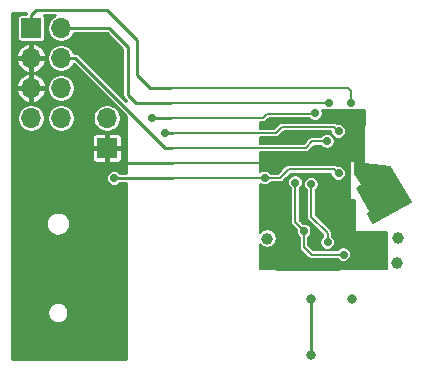
<source format=gbr>
%TF.GenerationSoftware,KiCad,Pcbnew,(5.1.5)-3*%
%TF.CreationDate,2021-04-21T08:58:45+01:00*%
%TF.ProjectId,HT07,48543037-2e6b-4696-9361-645f70636258,rev?*%
%TF.SameCoordinates,Original*%
%TF.FileFunction,Copper,L2,Bot*%
%TF.FilePolarity,Positive*%
%FSLAX46Y46*%
G04 Gerber Fmt 4.6, Leading zero omitted, Abs format (unit mm)*
G04 Created by KiCad (PCBNEW (5.1.5)-3) date 2021-04-21 08:58:45*
%MOMM*%
%LPD*%
G04 APERTURE LIST*
%ADD10C,0.250000*%
%ADD11O,1.700000X1.700000*%
%ADD12R,1.700000X1.700000*%
%ADD13C,1.000000*%
%ADD14C,0.800000*%
%ADD15C,0.700000*%
%ADD16C,0.150000*%
%ADD17C,0.200000*%
%ADD18C,0.254000*%
G04 APERTURE END LIST*
D10*
X118178000Y-95963000D02*
X118176500Y-100738000D01*
D11*
X100901500Y-80645000D03*
D12*
X100901500Y-83185000D03*
D11*
X97028000Y-80645000D03*
X94488000Y-80645000D03*
X97028000Y-78105000D03*
X94488000Y-78105000D03*
X97028000Y-75565000D03*
X94488000Y-75565000D03*
X97028000Y-73025000D03*
D12*
X94488000Y-73025000D03*
D13*
X114503200Y-90855800D03*
X125488700Y-92887800D03*
X125526800Y-90779600D03*
D14*
X118176500Y-100725000D03*
X118163800Y-95968200D03*
X121630090Y-95968200D03*
D15*
X123952000Y-87757000D03*
X124714000Y-87249000D03*
X102006400Y-99669600D03*
X100266500Y-73723500D03*
X115316000Y-86423500D03*
X121539000Y-82359500D03*
X116200000Y-82100000D03*
X115658900Y-84010500D03*
X115341400Y-93192600D03*
X123698000Y-93167200D03*
X120169940Y-86934040D03*
X115250000Y-87884000D03*
X117551200Y-86888320D03*
X119608600Y-91186000D03*
X118214140Y-86268560D03*
X120954800Y-92227400D03*
X117602000Y-90233500D03*
X116878100Y-86121240D03*
X119710200Y-79375000D03*
X121539000Y-79375000D03*
X101498400Y-85725000D03*
X120523000Y-85344000D03*
X114274600Y-85725000D03*
X105841800Y-81915000D03*
X120523000Y-81788000D03*
X104711500Y-80645000D03*
X118541800Y-80264000D03*
X119557800Y-82626200D03*
D16*
X114410000Y-84470000D02*
X106538000Y-84470000D01*
X114792000Y-84836000D02*
X114410000Y-84470000D01*
D10*
X106538000Y-84470000D02*
X102423200Y-84470000D01*
D17*
X119608600Y-90411300D02*
X119608600Y-91186000D01*
X118224300Y-89027000D02*
X119608600Y-90411300D01*
X118224300Y-88925400D02*
X118224300Y-89027000D01*
X118214140Y-86268560D02*
X118218590Y-86600974D01*
X118218590Y-86600974D02*
X118224300Y-88925400D01*
X120954800Y-92227400D02*
X120459826Y-92227400D01*
X118237000Y-92227400D02*
X120954800Y-92227400D01*
X117602000Y-91592400D02*
X118237000Y-92227400D01*
X117602000Y-90233500D02*
X117602000Y-91592400D01*
X117034181Y-89602181D02*
X117602000Y-90233500D01*
X116878100Y-89446100D02*
X117034181Y-89602181D01*
X116878100Y-86121240D02*
X116878100Y-89446100D01*
D10*
X102679500Y-78676500D02*
X103378000Y-79375000D01*
X97028000Y-73025000D02*
X101092000Y-73025000D01*
X102679500Y-74612500D02*
X102679500Y-78676500D01*
X101092000Y-73025000D02*
X102679500Y-74612500D01*
D16*
X114284000Y-79375000D02*
X106362500Y-79375000D01*
D10*
X103378000Y-79375000D02*
X106362500Y-79375000D01*
D17*
X114284000Y-79375000D02*
X119710200Y-79375000D01*
D16*
X114284000Y-78105000D02*
X106172000Y-78105000D01*
D10*
X94488000Y-71925000D02*
X94912000Y-71501000D01*
X94488000Y-73025000D02*
X94488000Y-71925000D01*
X94912000Y-71501000D02*
X100901500Y-71501000D01*
X100901500Y-71501000D02*
X103441500Y-74041000D01*
X103441500Y-74041000D02*
X103441500Y-77025500D01*
X103441500Y-77025500D02*
X104521000Y-78105000D01*
X104521000Y-78105000D02*
X106172000Y-78105000D01*
X106172000Y-78105000D02*
X106299000Y-78105000D01*
D17*
X114284000Y-78105000D02*
X121285000Y-78105000D01*
X121285000Y-78105000D02*
X121539000Y-78359000D01*
X121539000Y-78359000D02*
X121539000Y-79375000D01*
D10*
X106527600Y-85725000D02*
X101498400Y-85725000D01*
D16*
X114274600Y-85725000D02*
X106527600Y-85725000D01*
D17*
X120173001Y-84994001D02*
X120523000Y-85344000D01*
X115575000Y-85725000D02*
X116300000Y-85000000D01*
X114274600Y-85725000D02*
X115575000Y-85725000D01*
X116300000Y-85000000D02*
X120173001Y-84994001D01*
D10*
X105841800Y-81915000D02*
X106476800Y-81915000D01*
D16*
X106476800Y-81915000D02*
X114122200Y-81915000D01*
D17*
X115242998Y-81915000D02*
X114122200Y-81915000D01*
X115750998Y-81407000D02*
X115242998Y-81915000D01*
X120523000Y-81788000D02*
X120142000Y-81407000D01*
X120142000Y-81407000D02*
X115750998Y-81407000D01*
D10*
X104711500Y-80645000D02*
X106349800Y-80645000D01*
D16*
X106349800Y-80645000D02*
X108458000Y-80645000D01*
X114157000Y-80645000D02*
X108458000Y-80645000D01*
X108458000Y-80645000D02*
X108500000Y-80645000D01*
D17*
X118510799Y-80295001D02*
X118541800Y-80264000D01*
X114506999Y-80295001D02*
X118510799Y-80295001D01*
X114157000Y-80645000D02*
X114506999Y-80295001D01*
D10*
X105850081Y-83185000D02*
X106426000Y-83185000D01*
X97028000Y-75565000D02*
X98230081Y-75565000D01*
X98230081Y-75565000D02*
X105850081Y-83185000D01*
D16*
X106426000Y-83185000D02*
X114071400Y-83185000D01*
D17*
X118313200Y-82626200D02*
X117754400Y-83185000D01*
X119557800Y-82626200D02*
X118313200Y-82626200D01*
X114071400Y-83185000D02*
X117754400Y-83185000D01*
D16*
G36*
X119491037Y-79960714D02*
G01*
X119527894Y-79975981D01*
X119648643Y-80000000D01*
X119771757Y-80000000D01*
X119892506Y-79975981D01*
X119928860Y-79960923D01*
X121321942Y-79961586D01*
X121356694Y-79975981D01*
X121477443Y-80000000D01*
X121600557Y-80000000D01*
X121721306Y-79975981D01*
X121755560Y-79961793D01*
X122728279Y-79962256D01*
X122708602Y-82803481D01*
X122708600Y-82804000D01*
X122708600Y-84480400D01*
X122710041Y-84495032D01*
X122714309Y-84509101D01*
X122721240Y-84522068D01*
X122730567Y-84533433D01*
X122741932Y-84542760D01*
X122754899Y-84549691D01*
X122773862Y-84554765D01*
X124871872Y-84829504D01*
X126641741Y-87730122D01*
X123434404Y-89559402D01*
X122976341Y-88741432D01*
X123160041Y-88649582D01*
X123172484Y-88641750D01*
X123183159Y-88631640D01*
X123191657Y-88619642D01*
X123197651Y-88606217D01*
X123200911Y-88591880D01*
X123201311Y-88577183D01*
X123198837Y-88562691D01*
X123191986Y-88545940D01*
X122073760Y-86542964D01*
X122488331Y-86324769D01*
X122500608Y-86316679D01*
X122511070Y-86306349D01*
X122519317Y-86294177D01*
X122525030Y-86280630D01*
X122527990Y-86266229D01*
X122528084Y-86251526D01*
X122525308Y-86237088D01*
X122519769Y-86223469D01*
X122515521Y-86216377D01*
X121944200Y-85371816D01*
X121944200Y-84404200D01*
X121942759Y-84389568D01*
X121938491Y-84375499D01*
X121931560Y-84362532D01*
X121922233Y-84351167D01*
X121910868Y-84341840D01*
X121897901Y-84334909D01*
X121883832Y-84330641D01*
X121869200Y-84329200D01*
X121539000Y-84329200D01*
X121524368Y-84330641D01*
X121510299Y-84334909D01*
X121497332Y-84341840D01*
X121485967Y-84351167D01*
X121476640Y-84362532D01*
X121469709Y-84375499D01*
X121465441Y-84389568D01*
X121464001Y-84403890D01*
X121451301Y-87477290D01*
X121452681Y-87491928D01*
X121456891Y-87506015D01*
X121463768Y-87519010D01*
X121473048Y-87530413D01*
X121484375Y-87539788D01*
X121497313Y-87546772D01*
X121511364Y-87551098D01*
X121526280Y-87552600D01*
X121904338Y-87552698D01*
X121886775Y-90245711D01*
X121888120Y-90260352D01*
X121892296Y-90274449D01*
X121899142Y-90287460D01*
X121908395Y-90298886D01*
X121919699Y-90308287D01*
X121932620Y-90315302D01*
X121946662Y-90319662D01*
X121961773Y-90321200D01*
X124588649Y-90321200D01*
X124607556Y-93468543D01*
X116617030Y-93477946D01*
X113867000Y-93473326D01*
X113867000Y-91298623D01*
X113901218Y-91349834D01*
X114009166Y-91457782D01*
X114136100Y-91542596D01*
X114277141Y-91601017D01*
X114426869Y-91630800D01*
X114579531Y-91630800D01*
X114729259Y-91601017D01*
X114870300Y-91542596D01*
X114997234Y-91457782D01*
X115105182Y-91349834D01*
X115189996Y-91222900D01*
X115248417Y-91081859D01*
X115278200Y-90932131D01*
X115278200Y-90779469D01*
X115248417Y-90629741D01*
X115189996Y-90488700D01*
X115105182Y-90361766D01*
X114997234Y-90253818D01*
X114870300Y-90169004D01*
X114729259Y-90110583D01*
X114579531Y-90080800D01*
X114426869Y-90080800D01*
X114277141Y-90110583D01*
X114136100Y-90169004D01*
X114009166Y-90253818D01*
X113901218Y-90361766D01*
X113867000Y-90412977D01*
X113867000Y-86201283D01*
X113876186Y-86210469D01*
X113978552Y-86278868D01*
X114092294Y-86325981D01*
X114213043Y-86350000D01*
X114336157Y-86350000D01*
X114456906Y-86325981D01*
X114570648Y-86278868D01*
X114673014Y-86210469D01*
X114760069Y-86123414D01*
X114775714Y-86100000D01*
X115556584Y-86100000D01*
X115575000Y-86101814D01*
X115593416Y-86100000D01*
X115593419Y-86100000D01*
X115648513Y-86094574D01*
X115719200Y-86073131D01*
X115744359Y-86059683D01*
X116253100Y-86059683D01*
X116253100Y-86182797D01*
X116277119Y-86303546D01*
X116324232Y-86417288D01*
X116392631Y-86519654D01*
X116479686Y-86606709D01*
X116503100Y-86622354D01*
X116503101Y-89427674D01*
X116501286Y-89446100D01*
X116508527Y-89519612D01*
X116529970Y-89590300D01*
X116552537Y-89632519D01*
X116564792Y-89655447D01*
X116611653Y-89712548D01*
X116625962Y-89724291D01*
X116761996Y-89860325D01*
X116988821Y-90112516D01*
X116977000Y-90171943D01*
X116977000Y-90295057D01*
X117001019Y-90415806D01*
X117048132Y-90529548D01*
X117116531Y-90631914D01*
X117203586Y-90718969D01*
X117227000Y-90734614D01*
X117227001Y-91573974D01*
X117225186Y-91592400D01*
X117231767Y-91659213D01*
X117232427Y-91665913D01*
X117253870Y-91736600D01*
X117288692Y-91801747D01*
X117335553Y-91858848D01*
X117349861Y-91870591D01*
X117958809Y-92479539D01*
X117970552Y-92493848D01*
X117984859Y-92505589D01*
X118027653Y-92540710D01*
X118072107Y-92564470D01*
X118092800Y-92575531D01*
X118163487Y-92596974D01*
X118218581Y-92602400D01*
X118218584Y-92602400D01*
X118237000Y-92604214D01*
X118255416Y-92602400D01*
X120453686Y-92602400D01*
X120469331Y-92625814D01*
X120556386Y-92712869D01*
X120658752Y-92781268D01*
X120772494Y-92828381D01*
X120893243Y-92852400D01*
X121016357Y-92852400D01*
X121137106Y-92828381D01*
X121250848Y-92781268D01*
X121353214Y-92712869D01*
X121440269Y-92625814D01*
X121508668Y-92523448D01*
X121555781Y-92409706D01*
X121579800Y-92288957D01*
X121579800Y-92165843D01*
X121555781Y-92045094D01*
X121508668Y-91931352D01*
X121440269Y-91828986D01*
X121353214Y-91741931D01*
X121250848Y-91673532D01*
X121137106Y-91626419D01*
X121016357Y-91602400D01*
X120893243Y-91602400D01*
X120772494Y-91626419D01*
X120658752Y-91673532D01*
X120556386Y-91741931D01*
X120469331Y-91828986D01*
X120453686Y-91852400D01*
X118392330Y-91852400D01*
X117977000Y-91437071D01*
X117977000Y-90734614D01*
X118000414Y-90718969D01*
X118087469Y-90631914D01*
X118155868Y-90529548D01*
X118202981Y-90415806D01*
X118227000Y-90295057D01*
X118227000Y-90171943D01*
X118202981Y-90051194D01*
X118155868Y-89937452D01*
X118087469Y-89835086D01*
X118000414Y-89748031D01*
X117898048Y-89679632D01*
X117784306Y-89632519D01*
X117663557Y-89608500D01*
X117544228Y-89608500D01*
X117318673Y-89357721D01*
X117312370Y-89350041D01*
X117306357Y-89344028D01*
X117300679Y-89337715D01*
X117293351Y-89331022D01*
X117253100Y-89290771D01*
X117253100Y-86622354D01*
X117276514Y-86606709D01*
X117363569Y-86519654D01*
X117431968Y-86417288D01*
X117479081Y-86303546D01*
X117498285Y-86207003D01*
X117589140Y-86207003D01*
X117589140Y-86330117D01*
X117613159Y-86450866D01*
X117660272Y-86564608D01*
X117728671Y-86666974D01*
X117815726Y-86754029D01*
X117844011Y-86772929D01*
X117849300Y-88925609D01*
X117849300Y-89008584D01*
X117847486Y-89027000D01*
X117849300Y-89045416D01*
X117849300Y-89045419D01*
X117854726Y-89100513D01*
X117876169Y-89171200D01*
X117910991Y-89236347D01*
X117957852Y-89293448D01*
X117972165Y-89305194D01*
X119233600Y-90566630D01*
X119233600Y-90684886D01*
X119210186Y-90700531D01*
X119123131Y-90787586D01*
X119054732Y-90889952D01*
X119007619Y-91003694D01*
X118983600Y-91124443D01*
X118983600Y-91247557D01*
X119007619Y-91368306D01*
X119054732Y-91482048D01*
X119123131Y-91584414D01*
X119210186Y-91671469D01*
X119312552Y-91739868D01*
X119426294Y-91786981D01*
X119547043Y-91811000D01*
X119670157Y-91811000D01*
X119790906Y-91786981D01*
X119904648Y-91739868D01*
X120007014Y-91671469D01*
X120094069Y-91584414D01*
X120162468Y-91482048D01*
X120209581Y-91368306D01*
X120233600Y-91247557D01*
X120233600Y-91124443D01*
X120209581Y-91003694D01*
X120162468Y-90889952D01*
X120094069Y-90787586D01*
X120007014Y-90700531D01*
X119983600Y-90684886D01*
X119983600Y-90429716D01*
X119985414Y-90411300D01*
X119983600Y-90392881D01*
X119978174Y-90337787D01*
X119956731Y-90267100D01*
X119921909Y-90201953D01*
X119875048Y-90144852D01*
X119860740Y-90133110D01*
X118599169Y-88871540D01*
X118593997Y-86766428D01*
X118612554Y-86754029D01*
X118699609Y-86666974D01*
X118768008Y-86564608D01*
X118815121Y-86450866D01*
X118839140Y-86330117D01*
X118839140Y-86207003D01*
X118815121Y-86086254D01*
X118768008Y-85972512D01*
X118699609Y-85870146D01*
X118612554Y-85783091D01*
X118510188Y-85714692D01*
X118396446Y-85667579D01*
X118275697Y-85643560D01*
X118152583Y-85643560D01*
X118031834Y-85667579D01*
X117918092Y-85714692D01*
X117815726Y-85783091D01*
X117728671Y-85870146D01*
X117660272Y-85972512D01*
X117613159Y-86086254D01*
X117589140Y-86207003D01*
X117498285Y-86207003D01*
X117503100Y-86182797D01*
X117503100Y-86059683D01*
X117479081Y-85938934D01*
X117431968Y-85825192D01*
X117363569Y-85722826D01*
X117276514Y-85635771D01*
X117174148Y-85567372D01*
X117060406Y-85520259D01*
X116939657Y-85496240D01*
X116816543Y-85496240D01*
X116695794Y-85520259D01*
X116582052Y-85567372D01*
X116479686Y-85635771D01*
X116392631Y-85722826D01*
X116324232Y-85825192D01*
X116277119Y-85938934D01*
X116253100Y-86059683D01*
X115744359Y-86059683D01*
X115784347Y-86038309D01*
X115841448Y-85991448D01*
X115853195Y-85977134D01*
X116455570Y-85374759D01*
X119898000Y-85369427D01*
X119898000Y-85405557D01*
X119922019Y-85526306D01*
X119969132Y-85640048D01*
X120037531Y-85742414D01*
X120124586Y-85829469D01*
X120226952Y-85897868D01*
X120340694Y-85944981D01*
X120461443Y-85969000D01*
X120584557Y-85969000D01*
X120705306Y-85944981D01*
X120819048Y-85897868D01*
X120921414Y-85829469D01*
X121008469Y-85742414D01*
X121076868Y-85640048D01*
X121123981Y-85526306D01*
X121148000Y-85405557D01*
X121148000Y-85282443D01*
X121123981Y-85161694D01*
X121076868Y-85047952D01*
X121008469Y-84945586D01*
X120921414Y-84858531D01*
X120819048Y-84790132D01*
X120705306Y-84743019D01*
X120584557Y-84719000D01*
X120461443Y-84719000D01*
X120435414Y-84724178D01*
X120410590Y-84703871D01*
X120382347Y-84680692D01*
X120382087Y-84680553D01*
X120381862Y-84680369D01*
X120349733Y-84663259D01*
X120317201Y-84645871D01*
X120316919Y-84645786D01*
X120316661Y-84645648D01*
X120281397Y-84635010D01*
X120246513Y-84624428D01*
X120246225Y-84624400D01*
X120245941Y-84624314D01*
X120209254Y-84620758D01*
X120173001Y-84617187D01*
X120154295Y-84619030D01*
X116318127Y-84624971D01*
X116300000Y-84623186D01*
X116281294Y-84625029D01*
X116281001Y-84625029D01*
X116262825Y-84626848D01*
X116226487Y-84630427D01*
X116226208Y-84630512D01*
X116225915Y-84630541D01*
X116190672Y-84641291D01*
X116155799Y-84651870D01*
X116155542Y-84652007D01*
X116155261Y-84652093D01*
X116123014Y-84669394D01*
X116090653Y-84686691D01*
X116090425Y-84686878D01*
X116090168Y-84687016D01*
X116062124Y-84710104D01*
X116047859Y-84721811D01*
X116047649Y-84722021D01*
X116033140Y-84733966D01*
X116021610Y-84748060D01*
X115419671Y-85350000D01*
X114775714Y-85350000D01*
X114760069Y-85326586D01*
X114673014Y-85239531D01*
X114570648Y-85171132D01*
X114456906Y-85124019D01*
X114336157Y-85100000D01*
X114213043Y-85100000D01*
X114092294Y-85124019D01*
X113978552Y-85171132D01*
X113876186Y-85239531D01*
X113867000Y-85248717D01*
X113867000Y-83535000D01*
X113933361Y-83535000D01*
X113997887Y-83554574D01*
X114052981Y-83560000D01*
X117735984Y-83560000D01*
X117754400Y-83561814D01*
X117772816Y-83560000D01*
X117772819Y-83560000D01*
X117827913Y-83554574D01*
X117898600Y-83533131D01*
X117963747Y-83498309D01*
X118020848Y-83451448D01*
X118032595Y-83437134D01*
X118468530Y-83001200D01*
X119056686Y-83001200D01*
X119072331Y-83024614D01*
X119159386Y-83111669D01*
X119261752Y-83180068D01*
X119375494Y-83227181D01*
X119496243Y-83251200D01*
X119619357Y-83251200D01*
X119740106Y-83227181D01*
X119853848Y-83180068D01*
X119956214Y-83111669D01*
X120043269Y-83024614D01*
X120111668Y-82922248D01*
X120158781Y-82808506D01*
X120182800Y-82687757D01*
X120182800Y-82564643D01*
X120158781Y-82443894D01*
X120111668Y-82330152D01*
X120043269Y-82227786D01*
X119956214Y-82140731D01*
X119853848Y-82072332D01*
X119740106Y-82025219D01*
X119619357Y-82001200D01*
X119496243Y-82001200D01*
X119375494Y-82025219D01*
X119261752Y-82072332D01*
X119159386Y-82140731D01*
X119072331Y-82227786D01*
X119056686Y-82251200D01*
X118331616Y-82251200D01*
X118313200Y-82249386D01*
X118294784Y-82251200D01*
X118294781Y-82251200D01*
X118239687Y-82256626D01*
X118169000Y-82278069D01*
X118156832Y-82284573D01*
X118103853Y-82312890D01*
X118082820Y-82330152D01*
X118046752Y-82359752D01*
X118035009Y-82374061D01*
X117599071Y-82810000D01*
X114052981Y-82810000D01*
X113997887Y-82815426D01*
X113933361Y-82835000D01*
X113867000Y-82835000D01*
X113867000Y-82265000D01*
X113984161Y-82265000D01*
X114048687Y-82284574D01*
X114103781Y-82290000D01*
X115224582Y-82290000D01*
X115242998Y-82291814D01*
X115261414Y-82290000D01*
X115261417Y-82290000D01*
X115316511Y-82284574D01*
X115387198Y-82263131D01*
X115452345Y-82228309D01*
X115509446Y-82181448D01*
X115521193Y-82167134D01*
X115906328Y-81782000D01*
X119898000Y-81782000D01*
X119898000Y-81849557D01*
X119922019Y-81970306D01*
X119969132Y-82084048D01*
X120037531Y-82186414D01*
X120124586Y-82273469D01*
X120226952Y-82341868D01*
X120340694Y-82388981D01*
X120461443Y-82413000D01*
X120584557Y-82413000D01*
X120705306Y-82388981D01*
X120819048Y-82341868D01*
X120921414Y-82273469D01*
X121008469Y-82186414D01*
X121076868Y-82084048D01*
X121123981Y-81970306D01*
X121148000Y-81849557D01*
X121148000Y-81726443D01*
X121123981Y-81605694D01*
X121076868Y-81491952D01*
X121008469Y-81389586D01*
X120921414Y-81302531D01*
X120819048Y-81234132D01*
X120705306Y-81187019D01*
X120584557Y-81163000D01*
X120461443Y-81163000D01*
X120433823Y-81168494D01*
X120420195Y-81154866D01*
X120408448Y-81140552D01*
X120351347Y-81093691D01*
X120286200Y-81058869D01*
X120215513Y-81037426D01*
X120160419Y-81032000D01*
X120160416Y-81032000D01*
X120142000Y-81030186D01*
X120123584Y-81032000D01*
X115769413Y-81032000D01*
X115750997Y-81030186D01*
X115732581Y-81032000D01*
X115732579Y-81032000D01*
X115677485Y-81037426D01*
X115606798Y-81058869D01*
X115606796Y-81058870D01*
X115541650Y-81093691D01*
X115514764Y-81115757D01*
X115484550Y-81140552D01*
X115472807Y-81154861D01*
X115087669Y-81540000D01*
X114103781Y-81540000D01*
X114048687Y-81545426D01*
X113984161Y-81565000D01*
X113867000Y-81565000D01*
X113867000Y-80995000D01*
X114018965Y-80995000D01*
X114083488Y-81014573D01*
X114157000Y-81021814D01*
X114230512Y-81014573D01*
X114301200Y-80993130D01*
X114366346Y-80958309D01*
X114409140Y-80923189D01*
X114662329Y-80670001D01*
X118063918Y-80670001D01*
X118143386Y-80749469D01*
X118245752Y-80817868D01*
X118359494Y-80864981D01*
X118480243Y-80889000D01*
X118603357Y-80889000D01*
X118724106Y-80864981D01*
X118837848Y-80817868D01*
X118940214Y-80749469D01*
X119027269Y-80662414D01*
X119095668Y-80560048D01*
X119142781Y-80446306D01*
X119166800Y-80325557D01*
X119166800Y-80202443D01*
X119142781Y-80081694D01*
X119095668Y-79967952D01*
X119090705Y-79960524D01*
X119491037Y-79960714D01*
G37*
X119491037Y-79960714D02*
X119527894Y-79975981D01*
X119648643Y-80000000D01*
X119771757Y-80000000D01*
X119892506Y-79975981D01*
X119928860Y-79960923D01*
X121321942Y-79961586D01*
X121356694Y-79975981D01*
X121477443Y-80000000D01*
X121600557Y-80000000D01*
X121721306Y-79975981D01*
X121755560Y-79961793D01*
X122728279Y-79962256D01*
X122708602Y-82803481D01*
X122708600Y-82804000D01*
X122708600Y-84480400D01*
X122710041Y-84495032D01*
X122714309Y-84509101D01*
X122721240Y-84522068D01*
X122730567Y-84533433D01*
X122741932Y-84542760D01*
X122754899Y-84549691D01*
X122773862Y-84554765D01*
X124871872Y-84829504D01*
X126641741Y-87730122D01*
X123434404Y-89559402D01*
X122976341Y-88741432D01*
X123160041Y-88649582D01*
X123172484Y-88641750D01*
X123183159Y-88631640D01*
X123191657Y-88619642D01*
X123197651Y-88606217D01*
X123200911Y-88591880D01*
X123201311Y-88577183D01*
X123198837Y-88562691D01*
X123191986Y-88545940D01*
X122073760Y-86542964D01*
X122488331Y-86324769D01*
X122500608Y-86316679D01*
X122511070Y-86306349D01*
X122519317Y-86294177D01*
X122525030Y-86280630D01*
X122527990Y-86266229D01*
X122528084Y-86251526D01*
X122525308Y-86237088D01*
X122519769Y-86223469D01*
X122515521Y-86216377D01*
X121944200Y-85371816D01*
X121944200Y-84404200D01*
X121942759Y-84389568D01*
X121938491Y-84375499D01*
X121931560Y-84362532D01*
X121922233Y-84351167D01*
X121910868Y-84341840D01*
X121897901Y-84334909D01*
X121883832Y-84330641D01*
X121869200Y-84329200D01*
X121539000Y-84329200D01*
X121524368Y-84330641D01*
X121510299Y-84334909D01*
X121497332Y-84341840D01*
X121485967Y-84351167D01*
X121476640Y-84362532D01*
X121469709Y-84375499D01*
X121465441Y-84389568D01*
X121464001Y-84403890D01*
X121451301Y-87477290D01*
X121452681Y-87491928D01*
X121456891Y-87506015D01*
X121463768Y-87519010D01*
X121473048Y-87530413D01*
X121484375Y-87539788D01*
X121497313Y-87546772D01*
X121511364Y-87551098D01*
X121526280Y-87552600D01*
X121904338Y-87552698D01*
X121886775Y-90245711D01*
X121888120Y-90260352D01*
X121892296Y-90274449D01*
X121899142Y-90287460D01*
X121908395Y-90298886D01*
X121919699Y-90308287D01*
X121932620Y-90315302D01*
X121946662Y-90319662D01*
X121961773Y-90321200D01*
X124588649Y-90321200D01*
X124607556Y-93468543D01*
X116617030Y-93477946D01*
X113867000Y-93473326D01*
X113867000Y-91298623D01*
X113901218Y-91349834D01*
X114009166Y-91457782D01*
X114136100Y-91542596D01*
X114277141Y-91601017D01*
X114426869Y-91630800D01*
X114579531Y-91630800D01*
X114729259Y-91601017D01*
X114870300Y-91542596D01*
X114997234Y-91457782D01*
X115105182Y-91349834D01*
X115189996Y-91222900D01*
X115248417Y-91081859D01*
X115278200Y-90932131D01*
X115278200Y-90779469D01*
X115248417Y-90629741D01*
X115189996Y-90488700D01*
X115105182Y-90361766D01*
X114997234Y-90253818D01*
X114870300Y-90169004D01*
X114729259Y-90110583D01*
X114579531Y-90080800D01*
X114426869Y-90080800D01*
X114277141Y-90110583D01*
X114136100Y-90169004D01*
X114009166Y-90253818D01*
X113901218Y-90361766D01*
X113867000Y-90412977D01*
X113867000Y-86201283D01*
X113876186Y-86210469D01*
X113978552Y-86278868D01*
X114092294Y-86325981D01*
X114213043Y-86350000D01*
X114336157Y-86350000D01*
X114456906Y-86325981D01*
X114570648Y-86278868D01*
X114673014Y-86210469D01*
X114760069Y-86123414D01*
X114775714Y-86100000D01*
X115556584Y-86100000D01*
X115575000Y-86101814D01*
X115593416Y-86100000D01*
X115593419Y-86100000D01*
X115648513Y-86094574D01*
X115719200Y-86073131D01*
X115744359Y-86059683D01*
X116253100Y-86059683D01*
X116253100Y-86182797D01*
X116277119Y-86303546D01*
X116324232Y-86417288D01*
X116392631Y-86519654D01*
X116479686Y-86606709D01*
X116503100Y-86622354D01*
X116503101Y-89427674D01*
X116501286Y-89446100D01*
X116508527Y-89519612D01*
X116529970Y-89590300D01*
X116552537Y-89632519D01*
X116564792Y-89655447D01*
X116611653Y-89712548D01*
X116625962Y-89724291D01*
X116761996Y-89860325D01*
X116988821Y-90112516D01*
X116977000Y-90171943D01*
X116977000Y-90295057D01*
X117001019Y-90415806D01*
X117048132Y-90529548D01*
X117116531Y-90631914D01*
X117203586Y-90718969D01*
X117227000Y-90734614D01*
X117227001Y-91573974D01*
X117225186Y-91592400D01*
X117231767Y-91659213D01*
X117232427Y-91665913D01*
X117253870Y-91736600D01*
X117288692Y-91801747D01*
X117335553Y-91858848D01*
X117349861Y-91870591D01*
X117958809Y-92479539D01*
X117970552Y-92493848D01*
X117984859Y-92505589D01*
X118027653Y-92540710D01*
X118072107Y-92564470D01*
X118092800Y-92575531D01*
X118163487Y-92596974D01*
X118218581Y-92602400D01*
X118218584Y-92602400D01*
X118237000Y-92604214D01*
X118255416Y-92602400D01*
X120453686Y-92602400D01*
X120469331Y-92625814D01*
X120556386Y-92712869D01*
X120658752Y-92781268D01*
X120772494Y-92828381D01*
X120893243Y-92852400D01*
X121016357Y-92852400D01*
X121137106Y-92828381D01*
X121250848Y-92781268D01*
X121353214Y-92712869D01*
X121440269Y-92625814D01*
X121508668Y-92523448D01*
X121555781Y-92409706D01*
X121579800Y-92288957D01*
X121579800Y-92165843D01*
X121555781Y-92045094D01*
X121508668Y-91931352D01*
X121440269Y-91828986D01*
X121353214Y-91741931D01*
X121250848Y-91673532D01*
X121137106Y-91626419D01*
X121016357Y-91602400D01*
X120893243Y-91602400D01*
X120772494Y-91626419D01*
X120658752Y-91673532D01*
X120556386Y-91741931D01*
X120469331Y-91828986D01*
X120453686Y-91852400D01*
X118392330Y-91852400D01*
X117977000Y-91437071D01*
X117977000Y-90734614D01*
X118000414Y-90718969D01*
X118087469Y-90631914D01*
X118155868Y-90529548D01*
X118202981Y-90415806D01*
X118227000Y-90295057D01*
X118227000Y-90171943D01*
X118202981Y-90051194D01*
X118155868Y-89937452D01*
X118087469Y-89835086D01*
X118000414Y-89748031D01*
X117898048Y-89679632D01*
X117784306Y-89632519D01*
X117663557Y-89608500D01*
X117544228Y-89608500D01*
X117318673Y-89357721D01*
X117312370Y-89350041D01*
X117306357Y-89344028D01*
X117300679Y-89337715D01*
X117293351Y-89331022D01*
X117253100Y-89290771D01*
X117253100Y-86622354D01*
X117276514Y-86606709D01*
X117363569Y-86519654D01*
X117431968Y-86417288D01*
X117479081Y-86303546D01*
X117498285Y-86207003D01*
X117589140Y-86207003D01*
X117589140Y-86330117D01*
X117613159Y-86450866D01*
X117660272Y-86564608D01*
X117728671Y-86666974D01*
X117815726Y-86754029D01*
X117844011Y-86772929D01*
X117849300Y-88925609D01*
X117849300Y-89008584D01*
X117847486Y-89027000D01*
X117849300Y-89045416D01*
X117849300Y-89045419D01*
X117854726Y-89100513D01*
X117876169Y-89171200D01*
X117910991Y-89236347D01*
X117957852Y-89293448D01*
X117972165Y-89305194D01*
X119233600Y-90566630D01*
X119233600Y-90684886D01*
X119210186Y-90700531D01*
X119123131Y-90787586D01*
X119054732Y-90889952D01*
X119007619Y-91003694D01*
X118983600Y-91124443D01*
X118983600Y-91247557D01*
X119007619Y-91368306D01*
X119054732Y-91482048D01*
X119123131Y-91584414D01*
X119210186Y-91671469D01*
X119312552Y-91739868D01*
X119426294Y-91786981D01*
X119547043Y-91811000D01*
X119670157Y-91811000D01*
X119790906Y-91786981D01*
X119904648Y-91739868D01*
X120007014Y-91671469D01*
X120094069Y-91584414D01*
X120162468Y-91482048D01*
X120209581Y-91368306D01*
X120233600Y-91247557D01*
X120233600Y-91124443D01*
X120209581Y-91003694D01*
X120162468Y-90889952D01*
X120094069Y-90787586D01*
X120007014Y-90700531D01*
X119983600Y-90684886D01*
X119983600Y-90429716D01*
X119985414Y-90411300D01*
X119983600Y-90392881D01*
X119978174Y-90337787D01*
X119956731Y-90267100D01*
X119921909Y-90201953D01*
X119875048Y-90144852D01*
X119860740Y-90133110D01*
X118599169Y-88871540D01*
X118593997Y-86766428D01*
X118612554Y-86754029D01*
X118699609Y-86666974D01*
X118768008Y-86564608D01*
X118815121Y-86450866D01*
X118839140Y-86330117D01*
X118839140Y-86207003D01*
X118815121Y-86086254D01*
X118768008Y-85972512D01*
X118699609Y-85870146D01*
X118612554Y-85783091D01*
X118510188Y-85714692D01*
X118396446Y-85667579D01*
X118275697Y-85643560D01*
X118152583Y-85643560D01*
X118031834Y-85667579D01*
X117918092Y-85714692D01*
X117815726Y-85783091D01*
X117728671Y-85870146D01*
X117660272Y-85972512D01*
X117613159Y-86086254D01*
X117589140Y-86207003D01*
X117498285Y-86207003D01*
X117503100Y-86182797D01*
X117503100Y-86059683D01*
X117479081Y-85938934D01*
X117431968Y-85825192D01*
X117363569Y-85722826D01*
X117276514Y-85635771D01*
X117174148Y-85567372D01*
X117060406Y-85520259D01*
X116939657Y-85496240D01*
X116816543Y-85496240D01*
X116695794Y-85520259D01*
X116582052Y-85567372D01*
X116479686Y-85635771D01*
X116392631Y-85722826D01*
X116324232Y-85825192D01*
X116277119Y-85938934D01*
X116253100Y-86059683D01*
X115744359Y-86059683D01*
X115784347Y-86038309D01*
X115841448Y-85991448D01*
X115853195Y-85977134D01*
X116455570Y-85374759D01*
X119898000Y-85369427D01*
X119898000Y-85405557D01*
X119922019Y-85526306D01*
X119969132Y-85640048D01*
X120037531Y-85742414D01*
X120124586Y-85829469D01*
X120226952Y-85897868D01*
X120340694Y-85944981D01*
X120461443Y-85969000D01*
X120584557Y-85969000D01*
X120705306Y-85944981D01*
X120819048Y-85897868D01*
X120921414Y-85829469D01*
X121008469Y-85742414D01*
X121076868Y-85640048D01*
X121123981Y-85526306D01*
X121148000Y-85405557D01*
X121148000Y-85282443D01*
X121123981Y-85161694D01*
X121076868Y-85047952D01*
X121008469Y-84945586D01*
X120921414Y-84858531D01*
X120819048Y-84790132D01*
X120705306Y-84743019D01*
X120584557Y-84719000D01*
X120461443Y-84719000D01*
X120435414Y-84724178D01*
X120410590Y-84703871D01*
X120382347Y-84680692D01*
X120382087Y-84680553D01*
X120381862Y-84680369D01*
X120349733Y-84663259D01*
X120317201Y-84645871D01*
X120316919Y-84645786D01*
X120316661Y-84645648D01*
X120281397Y-84635010D01*
X120246513Y-84624428D01*
X120246225Y-84624400D01*
X120245941Y-84624314D01*
X120209254Y-84620758D01*
X120173001Y-84617187D01*
X120154295Y-84619030D01*
X116318127Y-84624971D01*
X116300000Y-84623186D01*
X116281294Y-84625029D01*
X116281001Y-84625029D01*
X116262825Y-84626848D01*
X116226487Y-84630427D01*
X116226208Y-84630512D01*
X116225915Y-84630541D01*
X116190672Y-84641291D01*
X116155799Y-84651870D01*
X116155542Y-84652007D01*
X116155261Y-84652093D01*
X116123014Y-84669394D01*
X116090653Y-84686691D01*
X116090425Y-84686878D01*
X116090168Y-84687016D01*
X116062124Y-84710104D01*
X116047859Y-84721811D01*
X116047649Y-84722021D01*
X116033140Y-84733966D01*
X116021610Y-84748060D01*
X115419671Y-85350000D01*
X114775714Y-85350000D01*
X114760069Y-85326586D01*
X114673014Y-85239531D01*
X114570648Y-85171132D01*
X114456906Y-85124019D01*
X114336157Y-85100000D01*
X114213043Y-85100000D01*
X114092294Y-85124019D01*
X113978552Y-85171132D01*
X113876186Y-85239531D01*
X113867000Y-85248717D01*
X113867000Y-83535000D01*
X113933361Y-83535000D01*
X113997887Y-83554574D01*
X114052981Y-83560000D01*
X117735984Y-83560000D01*
X117754400Y-83561814D01*
X117772816Y-83560000D01*
X117772819Y-83560000D01*
X117827913Y-83554574D01*
X117898600Y-83533131D01*
X117963747Y-83498309D01*
X118020848Y-83451448D01*
X118032595Y-83437134D01*
X118468530Y-83001200D01*
X119056686Y-83001200D01*
X119072331Y-83024614D01*
X119159386Y-83111669D01*
X119261752Y-83180068D01*
X119375494Y-83227181D01*
X119496243Y-83251200D01*
X119619357Y-83251200D01*
X119740106Y-83227181D01*
X119853848Y-83180068D01*
X119956214Y-83111669D01*
X120043269Y-83024614D01*
X120111668Y-82922248D01*
X120158781Y-82808506D01*
X120182800Y-82687757D01*
X120182800Y-82564643D01*
X120158781Y-82443894D01*
X120111668Y-82330152D01*
X120043269Y-82227786D01*
X119956214Y-82140731D01*
X119853848Y-82072332D01*
X119740106Y-82025219D01*
X119619357Y-82001200D01*
X119496243Y-82001200D01*
X119375494Y-82025219D01*
X119261752Y-82072332D01*
X119159386Y-82140731D01*
X119072331Y-82227786D01*
X119056686Y-82251200D01*
X118331616Y-82251200D01*
X118313200Y-82249386D01*
X118294784Y-82251200D01*
X118294781Y-82251200D01*
X118239687Y-82256626D01*
X118169000Y-82278069D01*
X118156832Y-82284573D01*
X118103853Y-82312890D01*
X118082820Y-82330152D01*
X118046752Y-82359752D01*
X118035009Y-82374061D01*
X117599071Y-82810000D01*
X114052981Y-82810000D01*
X113997887Y-82815426D01*
X113933361Y-82835000D01*
X113867000Y-82835000D01*
X113867000Y-82265000D01*
X113984161Y-82265000D01*
X114048687Y-82284574D01*
X114103781Y-82290000D01*
X115224582Y-82290000D01*
X115242998Y-82291814D01*
X115261414Y-82290000D01*
X115261417Y-82290000D01*
X115316511Y-82284574D01*
X115387198Y-82263131D01*
X115452345Y-82228309D01*
X115509446Y-82181448D01*
X115521193Y-82167134D01*
X115906328Y-81782000D01*
X119898000Y-81782000D01*
X119898000Y-81849557D01*
X119922019Y-81970306D01*
X119969132Y-82084048D01*
X120037531Y-82186414D01*
X120124586Y-82273469D01*
X120226952Y-82341868D01*
X120340694Y-82388981D01*
X120461443Y-82413000D01*
X120584557Y-82413000D01*
X120705306Y-82388981D01*
X120819048Y-82341868D01*
X120921414Y-82273469D01*
X121008469Y-82186414D01*
X121076868Y-82084048D01*
X121123981Y-81970306D01*
X121148000Y-81849557D01*
X121148000Y-81726443D01*
X121123981Y-81605694D01*
X121076868Y-81491952D01*
X121008469Y-81389586D01*
X120921414Y-81302531D01*
X120819048Y-81234132D01*
X120705306Y-81187019D01*
X120584557Y-81163000D01*
X120461443Y-81163000D01*
X120433823Y-81168494D01*
X120420195Y-81154866D01*
X120408448Y-81140552D01*
X120351347Y-81093691D01*
X120286200Y-81058869D01*
X120215513Y-81037426D01*
X120160419Y-81032000D01*
X120160416Y-81032000D01*
X120142000Y-81030186D01*
X120123584Y-81032000D01*
X115769413Y-81032000D01*
X115750997Y-81030186D01*
X115732581Y-81032000D01*
X115732579Y-81032000D01*
X115677485Y-81037426D01*
X115606798Y-81058869D01*
X115606796Y-81058870D01*
X115541650Y-81093691D01*
X115514764Y-81115757D01*
X115484550Y-81140552D01*
X115472807Y-81154861D01*
X115087669Y-81540000D01*
X114103781Y-81540000D01*
X114048687Y-81545426D01*
X113984161Y-81565000D01*
X113867000Y-81565000D01*
X113867000Y-80995000D01*
X114018965Y-80995000D01*
X114083488Y-81014573D01*
X114157000Y-81021814D01*
X114230512Y-81014573D01*
X114301200Y-80993130D01*
X114366346Y-80958309D01*
X114409140Y-80923189D01*
X114662329Y-80670001D01*
X118063918Y-80670001D01*
X118143386Y-80749469D01*
X118245752Y-80817868D01*
X118359494Y-80864981D01*
X118480243Y-80889000D01*
X118603357Y-80889000D01*
X118724106Y-80864981D01*
X118837848Y-80817868D01*
X118940214Y-80749469D01*
X119027269Y-80662414D01*
X119095668Y-80560048D01*
X119142781Y-80446306D01*
X119166800Y-80325557D01*
X119166800Y-80202443D01*
X119142781Y-80081694D01*
X119095668Y-79967952D01*
X119090705Y-79960524D01*
X119491037Y-79960714D01*
D18*
G36*
X94042540Y-71836393D02*
G01*
X94041553Y-71846418D01*
X93638000Y-71846418D01*
X93573897Y-71852732D01*
X93512257Y-71871430D01*
X93455450Y-71901794D01*
X93405657Y-71942657D01*
X93364794Y-71992450D01*
X93334430Y-72049257D01*
X93315732Y-72110897D01*
X93309418Y-72175000D01*
X93309418Y-73875000D01*
X93315732Y-73939103D01*
X93334430Y-74000743D01*
X93364794Y-74057550D01*
X93405657Y-74107343D01*
X93455450Y-74148206D01*
X93512257Y-74178570D01*
X93573897Y-74197268D01*
X93638000Y-74203582D01*
X95338000Y-74203582D01*
X95402103Y-74197268D01*
X95463743Y-74178570D01*
X95520550Y-74148206D01*
X95570343Y-74107343D01*
X95611206Y-74057550D01*
X95641570Y-74000743D01*
X95660268Y-73939103D01*
X95666582Y-73875000D01*
X95666582Y-72175000D01*
X95660268Y-72110897D01*
X95641570Y-72049257D01*
X95611206Y-71992450D01*
X95578831Y-71953000D01*
X96540387Y-71953000D01*
X96470481Y-71981956D01*
X96277706Y-72110764D01*
X96113764Y-72274706D01*
X95984956Y-72467481D01*
X95896231Y-72681682D01*
X95851000Y-72909076D01*
X95851000Y-73140924D01*
X95896231Y-73368318D01*
X95984956Y-73582519D01*
X96113764Y-73775294D01*
X96277706Y-73939236D01*
X96470481Y-74068044D01*
X96684682Y-74156769D01*
X96912076Y-74202000D01*
X97143924Y-74202000D01*
X97371318Y-74156769D01*
X97585519Y-74068044D01*
X97778294Y-73939236D01*
X97942236Y-73775294D01*
X98071044Y-73582519D01*
X98114751Y-73477000D01*
X100904777Y-73477000D01*
X102227500Y-74799724D01*
X102227501Y-78654285D01*
X102225313Y-78676500D01*
X102234040Y-78765107D01*
X102259886Y-78850309D01*
X102259887Y-78850310D01*
X102301858Y-78928833D01*
X102358342Y-78997659D01*
X102375595Y-79011819D01*
X102489000Y-79125224D01*
X102489000Y-79184695D01*
X98565404Y-75261100D01*
X98551240Y-75243841D01*
X98482414Y-75187357D01*
X98403891Y-75145386D01*
X98318688Y-75119540D01*
X98252286Y-75113000D01*
X98230081Y-75110813D01*
X98207876Y-75113000D01*
X98114751Y-75113000D01*
X98071044Y-75007481D01*
X97942236Y-74814706D01*
X97778294Y-74650764D01*
X97585519Y-74521956D01*
X97371318Y-74433231D01*
X97143924Y-74388000D01*
X96912076Y-74388000D01*
X96684682Y-74433231D01*
X96470481Y-74521956D01*
X96277706Y-74650764D01*
X96113764Y-74814706D01*
X95984956Y-75007481D01*
X95896231Y-75221682D01*
X95851000Y-75449076D01*
X95851000Y-75680924D01*
X95896231Y-75908318D01*
X95984956Y-76122519D01*
X96113764Y-76315294D01*
X96277706Y-76479236D01*
X96470481Y-76608044D01*
X96684682Y-76696769D01*
X96912076Y-76742000D01*
X97143924Y-76742000D01*
X97371318Y-76696769D01*
X97585519Y-76608044D01*
X97778294Y-76479236D01*
X97942236Y-76315294D01*
X98071044Y-76122519D01*
X98093694Y-76067836D01*
X102489000Y-80463143D01*
X102489000Y-85273000D01*
X102003823Y-85273000D01*
X101929963Y-85199140D01*
X101819080Y-85125050D01*
X101695874Y-85074016D01*
X101565079Y-85048000D01*
X101431721Y-85048000D01*
X101300926Y-85074016D01*
X101177720Y-85125050D01*
X101066837Y-85199140D01*
X100972540Y-85293437D01*
X100898450Y-85404320D01*
X100847416Y-85527526D01*
X100821400Y-85658321D01*
X100821400Y-85791679D01*
X100847416Y-85922474D01*
X100898450Y-86045680D01*
X100972540Y-86156563D01*
X101066837Y-86250860D01*
X101177720Y-86324950D01*
X101300926Y-86375984D01*
X101431721Y-86402000D01*
X101565079Y-86402000D01*
X101695874Y-86375984D01*
X101819080Y-86324950D01*
X101929963Y-86250860D01*
X102003823Y-86177000D01*
X102489000Y-86177000D01*
X102489000Y-101028500D01*
X92837000Y-101028500D01*
X92837000Y-97033653D01*
X95861000Y-97033653D01*
X95861000Y-97210347D01*
X95895471Y-97383645D01*
X95963089Y-97546889D01*
X96061255Y-97693804D01*
X96186196Y-97818745D01*
X96333111Y-97916911D01*
X96496355Y-97984529D01*
X96669653Y-98019000D01*
X96846347Y-98019000D01*
X97019645Y-97984529D01*
X97182889Y-97916911D01*
X97329804Y-97818745D01*
X97454745Y-97693804D01*
X97552911Y-97546889D01*
X97620529Y-97383645D01*
X97655000Y-97210347D01*
X97655000Y-97033653D01*
X97620529Y-96860355D01*
X97552911Y-96697111D01*
X97454745Y-96550196D01*
X97329804Y-96425255D01*
X97182889Y-96327089D01*
X97019645Y-96259471D01*
X96846347Y-96225000D01*
X96669653Y-96225000D01*
X96496355Y-96259471D01*
X96333111Y-96327089D01*
X96186196Y-96425255D01*
X96061255Y-96550196D01*
X95963089Y-96697111D01*
X95895471Y-96860355D01*
X95861000Y-97033653D01*
X92837000Y-97033653D01*
X92837000Y-89500849D01*
X95731000Y-89500849D01*
X95731000Y-89703151D01*
X95770467Y-89901565D01*
X95847885Y-90088467D01*
X95960277Y-90256674D01*
X96103326Y-90399723D01*
X96271533Y-90512115D01*
X96458435Y-90589533D01*
X96656849Y-90629000D01*
X96859151Y-90629000D01*
X97057565Y-90589533D01*
X97244467Y-90512115D01*
X97412674Y-90399723D01*
X97555723Y-90256674D01*
X97668115Y-90088467D01*
X97745533Y-89901565D01*
X97785000Y-89703151D01*
X97785000Y-89500849D01*
X97745533Y-89302435D01*
X97668115Y-89115533D01*
X97555723Y-88947326D01*
X97412674Y-88804277D01*
X97244467Y-88691885D01*
X97057565Y-88614467D01*
X96859151Y-88575000D01*
X96656849Y-88575000D01*
X96458435Y-88614467D01*
X96271533Y-88691885D01*
X96103326Y-88804277D01*
X95960277Y-88947326D01*
X95847885Y-89115533D01*
X95770467Y-89302435D01*
X95731000Y-89500849D01*
X92837000Y-89500849D01*
X92837000Y-84035000D01*
X99622434Y-84035000D01*
X99630678Y-84118707D01*
X99655095Y-84199196D01*
X99694745Y-84273376D01*
X99748105Y-84338395D01*
X99813124Y-84391755D01*
X99887304Y-84431405D01*
X99967793Y-84455822D01*
X100051500Y-84464066D01*
X100721750Y-84462000D01*
X100828500Y-84355250D01*
X100828500Y-83258000D01*
X100974500Y-83258000D01*
X100974500Y-84355250D01*
X101081250Y-84462000D01*
X101751500Y-84464066D01*
X101835207Y-84455822D01*
X101915696Y-84431405D01*
X101989876Y-84391755D01*
X102054895Y-84338395D01*
X102108255Y-84273376D01*
X102147905Y-84199196D01*
X102172322Y-84118707D01*
X102180566Y-84035000D01*
X102178500Y-83364750D01*
X102071750Y-83258000D01*
X100974500Y-83258000D01*
X100828500Y-83258000D01*
X99731250Y-83258000D01*
X99624500Y-83364750D01*
X99622434Y-84035000D01*
X92837000Y-84035000D01*
X92837000Y-82335000D01*
X99622434Y-82335000D01*
X99624500Y-83005250D01*
X99731250Y-83112000D01*
X100828500Y-83112000D01*
X100828500Y-82014750D01*
X100974500Y-82014750D01*
X100974500Y-83112000D01*
X102071750Y-83112000D01*
X102178500Y-83005250D01*
X102180566Y-82335000D01*
X102172322Y-82251293D01*
X102147905Y-82170804D01*
X102108255Y-82096624D01*
X102054895Y-82031605D01*
X101989876Y-81978245D01*
X101915696Y-81938595D01*
X101835207Y-81914178D01*
X101751500Y-81905934D01*
X101081250Y-81908000D01*
X100974500Y-82014750D01*
X100828500Y-82014750D01*
X100721750Y-81908000D01*
X100051500Y-81905934D01*
X99967793Y-81914178D01*
X99887304Y-81938595D01*
X99813124Y-81978245D01*
X99748105Y-82031605D01*
X99694745Y-82096624D01*
X99655095Y-82170804D01*
X99630678Y-82251293D01*
X99622434Y-82335000D01*
X92837000Y-82335000D01*
X92837000Y-80529076D01*
X93311000Y-80529076D01*
X93311000Y-80760924D01*
X93356231Y-80988318D01*
X93444956Y-81202519D01*
X93573764Y-81395294D01*
X93737706Y-81559236D01*
X93930481Y-81688044D01*
X94144682Y-81776769D01*
X94372076Y-81822000D01*
X94603924Y-81822000D01*
X94831318Y-81776769D01*
X95045519Y-81688044D01*
X95238294Y-81559236D01*
X95402236Y-81395294D01*
X95531044Y-81202519D01*
X95619769Y-80988318D01*
X95665000Y-80760924D01*
X95665000Y-80529076D01*
X95851000Y-80529076D01*
X95851000Y-80760924D01*
X95896231Y-80988318D01*
X95984956Y-81202519D01*
X96113764Y-81395294D01*
X96277706Y-81559236D01*
X96470481Y-81688044D01*
X96684682Y-81776769D01*
X96912076Y-81822000D01*
X97143924Y-81822000D01*
X97371318Y-81776769D01*
X97585519Y-81688044D01*
X97778294Y-81559236D01*
X97942236Y-81395294D01*
X98071044Y-81202519D01*
X98159769Y-80988318D01*
X98205000Y-80760924D01*
X98205000Y-80529076D01*
X99724500Y-80529076D01*
X99724500Y-80760924D01*
X99769731Y-80988318D01*
X99858456Y-81202519D01*
X99987264Y-81395294D01*
X100151206Y-81559236D01*
X100343981Y-81688044D01*
X100558182Y-81776769D01*
X100785576Y-81822000D01*
X101017424Y-81822000D01*
X101244818Y-81776769D01*
X101459019Y-81688044D01*
X101651794Y-81559236D01*
X101815736Y-81395294D01*
X101944544Y-81202519D01*
X102033269Y-80988318D01*
X102078500Y-80760924D01*
X102078500Y-80529076D01*
X102033269Y-80301682D01*
X101944544Y-80087481D01*
X101815736Y-79894706D01*
X101651794Y-79730764D01*
X101459019Y-79601956D01*
X101244818Y-79513231D01*
X101017424Y-79468000D01*
X100785576Y-79468000D01*
X100558182Y-79513231D01*
X100343981Y-79601956D01*
X100151206Y-79730764D01*
X99987264Y-79894706D01*
X99858456Y-80087481D01*
X99769731Y-80301682D01*
X99724500Y-80529076D01*
X98205000Y-80529076D01*
X98159769Y-80301682D01*
X98071044Y-80087481D01*
X97942236Y-79894706D01*
X97778294Y-79730764D01*
X97585519Y-79601956D01*
X97371318Y-79513231D01*
X97143924Y-79468000D01*
X96912076Y-79468000D01*
X96684682Y-79513231D01*
X96470481Y-79601956D01*
X96277706Y-79730764D01*
X96113764Y-79894706D01*
X95984956Y-80087481D01*
X95896231Y-80301682D01*
X95851000Y-80529076D01*
X95665000Y-80529076D01*
X95619769Y-80301682D01*
X95531044Y-80087481D01*
X95402236Y-79894706D01*
X95238294Y-79730764D01*
X95045519Y-79601956D01*
X94831318Y-79513231D01*
X94603924Y-79468000D01*
X94372076Y-79468000D01*
X94144682Y-79513231D01*
X93930481Y-79601956D01*
X93737706Y-79730764D01*
X93573764Y-79894706D01*
X93444956Y-80087481D01*
X93356231Y-80301682D01*
X93311000Y-80529076D01*
X92837000Y-80529076D01*
X92837000Y-78376541D01*
X93240204Y-78376541D01*
X93299632Y-78572462D01*
X93413663Y-78795319D01*
X93568981Y-78991647D01*
X93759616Y-79153902D01*
X93978242Y-79275848D01*
X94216458Y-79352799D01*
X94415000Y-79273165D01*
X94415000Y-78178000D01*
X94561000Y-78178000D01*
X94561000Y-79273165D01*
X94759542Y-79352799D01*
X94997758Y-79275848D01*
X95216384Y-79153902D01*
X95407019Y-78991647D01*
X95562337Y-78795319D01*
X95676368Y-78572462D01*
X95735796Y-78376541D01*
X95655971Y-78178000D01*
X94561000Y-78178000D01*
X94415000Y-78178000D01*
X93320029Y-78178000D01*
X93240204Y-78376541D01*
X92837000Y-78376541D01*
X92837000Y-77833459D01*
X93240204Y-77833459D01*
X93320029Y-78032000D01*
X94415000Y-78032000D01*
X94415000Y-76936835D01*
X94561000Y-76936835D01*
X94561000Y-78032000D01*
X95655971Y-78032000D01*
X95673228Y-77989076D01*
X95851000Y-77989076D01*
X95851000Y-78220924D01*
X95896231Y-78448318D01*
X95984956Y-78662519D01*
X96113764Y-78855294D01*
X96277706Y-79019236D01*
X96470481Y-79148044D01*
X96684682Y-79236769D01*
X96912076Y-79282000D01*
X97143924Y-79282000D01*
X97371318Y-79236769D01*
X97585519Y-79148044D01*
X97778294Y-79019236D01*
X97942236Y-78855294D01*
X98071044Y-78662519D01*
X98159769Y-78448318D01*
X98205000Y-78220924D01*
X98205000Y-77989076D01*
X98159769Y-77761682D01*
X98071044Y-77547481D01*
X97942236Y-77354706D01*
X97778294Y-77190764D01*
X97585519Y-77061956D01*
X97371318Y-76973231D01*
X97143924Y-76928000D01*
X96912076Y-76928000D01*
X96684682Y-76973231D01*
X96470481Y-77061956D01*
X96277706Y-77190764D01*
X96113764Y-77354706D01*
X95984956Y-77547481D01*
X95896231Y-77761682D01*
X95851000Y-77989076D01*
X95673228Y-77989076D01*
X95735796Y-77833459D01*
X95676368Y-77637538D01*
X95562337Y-77414681D01*
X95407019Y-77218353D01*
X95216384Y-77056098D01*
X94997758Y-76934152D01*
X94759542Y-76857201D01*
X94561000Y-76936835D01*
X94415000Y-76936835D01*
X94216458Y-76857201D01*
X93978242Y-76934152D01*
X93759616Y-77056098D01*
X93568981Y-77218353D01*
X93413663Y-77414681D01*
X93299632Y-77637538D01*
X93240204Y-77833459D01*
X92837000Y-77833459D01*
X92837000Y-75836541D01*
X93240204Y-75836541D01*
X93299632Y-76032462D01*
X93413663Y-76255319D01*
X93568981Y-76451647D01*
X93759616Y-76613902D01*
X93978242Y-76735848D01*
X94216458Y-76812799D01*
X94415000Y-76733165D01*
X94415000Y-75638000D01*
X94561000Y-75638000D01*
X94561000Y-76733165D01*
X94759542Y-76812799D01*
X94997758Y-76735848D01*
X95216384Y-76613902D01*
X95407019Y-76451647D01*
X95562337Y-76255319D01*
X95676368Y-76032462D01*
X95735796Y-75836541D01*
X95655971Y-75638000D01*
X94561000Y-75638000D01*
X94415000Y-75638000D01*
X93320029Y-75638000D01*
X93240204Y-75836541D01*
X92837000Y-75836541D01*
X92837000Y-75293459D01*
X93240204Y-75293459D01*
X93320029Y-75492000D01*
X94415000Y-75492000D01*
X94415000Y-74396835D01*
X94561000Y-74396835D01*
X94561000Y-75492000D01*
X95655971Y-75492000D01*
X95735796Y-75293459D01*
X95676368Y-75097538D01*
X95562337Y-74874681D01*
X95407019Y-74678353D01*
X95216384Y-74516098D01*
X94997758Y-74394152D01*
X94759542Y-74317201D01*
X94561000Y-74396835D01*
X94415000Y-74396835D01*
X94216458Y-74317201D01*
X93978242Y-74394152D01*
X93759616Y-74516098D01*
X93568981Y-74678353D01*
X93413663Y-74874681D01*
X93299632Y-75097538D01*
X93240204Y-75293459D01*
X92837000Y-75293459D01*
X92837000Y-71755000D01*
X94067231Y-71755000D01*
X94042540Y-71836393D01*
G37*
X94042540Y-71836393D02*
X94041553Y-71846418D01*
X93638000Y-71846418D01*
X93573897Y-71852732D01*
X93512257Y-71871430D01*
X93455450Y-71901794D01*
X93405657Y-71942657D01*
X93364794Y-71992450D01*
X93334430Y-72049257D01*
X93315732Y-72110897D01*
X93309418Y-72175000D01*
X93309418Y-73875000D01*
X93315732Y-73939103D01*
X93334430Y-74000743D01*
X93364794Y-74057550D01*
X93405657Y-74107343D01*
X93455450Y-74148206D01*
X93512257Y-74178570D01*
X93573897Y-74197268D01*
X93638000Y-74203582D01*
X95338000Y-74203582D01*
X95402103Y-74197268D01*
X95463743Y-74178570D01*
X95520550Y-74148206D01*
X95570343Y-74107343D01*
X95611206Y-74057550D01*
X95641570Y-74000743D01*
X95660268Y-73939103D01*
X95666582Y-73875000D01*
X95666582Y-72175000D01*
X95660268Y-72110897D01*
X95641570Y-72049257D01*
X95611206Y-71992450D01*
X95578831Y-71953000D01*
X96540387Y-71953000D01*
X96470481Y-71981956D01*
X96277706Y-72110764D01*
X96113764Y-72274706D01*
X95984956Y-72467481D01*
X95896231Y-72681682D01*
X95851000Y-72909076D01*
X95851000Y-73140924D01*
X95896231Y-73368318D01*
X95984956Y-73582519D01*
X96113764Y-73775294D01*
X96277706Y-73939236D01*
X96470481Y-74068044D01*
X96684682Y-74156769D01*
X96912076Y-74202000D01*
X97143924Y-74202000D01*
X97371318Y-74156769D01*
X97585519Y-74068044D01*
X97778294Y-73939236D01*
X97942236Y-73775294D01*
X98071044Y-73582519D01*
X98114751Y-73477000D01*
X100904777Y-73477000D01*
X102227500Y-74799724D01*
X102227501Y-78654285D01*
X102225313Y-78676500D01*
X102234040Y-78765107D01*
X102259886Y-78850309D01*
X102259887Y-78850310D01*
X102301858Y-78928833D01*
X102358342Y-78997659D01*
X102375595Y-79011819D01*
X102489000Y-79125224D01*
X102489000Y-79184695D01*
X98565404Y-75261100D01*
X98551240Y-75243841D01*
X98482414Y-75187357D01*
X98403891Y-75145386D01*
X98318688Y-75119540D01*
X98252286Y-75113000D01*
X98230081Y-75110813D01*
X98207876Y-75113000D01*
X98114751Y-75113000D01*
X98071044Y-75007481D01*
X97942236Y-74814706D01*
X97778294Y-74650764D01*
X97585519Y-74521956D01*
X97371318Y-74433231D01*
X97143924Y-74388000D01*
X96912076Y-74388000D01*
X96684682Y-74433231D01*
X96470481Y-74521956D01*
X96277706Y-74650764D01*
X96113764Y-74814706D01*
X95984956Y-75007481D01*
X95896231Y-75221682D01*
X95851000Y-75449076D01*
X95851000Y-75680924D01*
X95896231Y-75908318D01*
X95984956Y-76122519D01*
X96113764Y-76315294D01*
X96277706Y-76479236D01*
X96470481Y-76608044D01*
X96684682Y-76696769D01*
X96912076Y-76742000D01*
X97143924Y-76742000D01*
X97371318Y-76696769D01*
X97585519Y-76608044D01*
X97778294Y-76479236D01*
X97942236Y-76315294D01*
X98071044Y-76122519D01*
X98093694Y-76067836D01*
X102489000Y-80463143D01*
X102489000Y-85273000D01*
X102003823Y-85273000D01*
X101929963Y-85199140D01*
X101819080Y-85125050D01*
X101695874Y-85074016D01*
X101565079Y-85048000D01*
X101431721Y-85048000D01*
X101300926Y-85074016D01*
X101177720Y-85125050D01*
X101066837Y-85199140D01*
X100972540Y-85293437D01*
X100898450Y-85404320D01*
X100847416Y-85527526D01*
X100821400Y-85658321D01*
X100821400Y-85791679D01*
X100847416Y-85922474D01*
X100898450Y-86045680D01*
X100972540Y-86156563D01*
X101066837Y-86250860D01*
X101177720Y-86324950D01*
X101300926Y-86375984D01*
X101431721Y-86402000D01*
X101565079Y-86402000D01*
X101695874Y-86375984D01*
X101819080Y-86324950D01*
X101929963Y-86250860D01*
X102003823Y-86177000D01*
X102489000Y-86177000D01*
X102489000Y-101028500D01*
X92837000Y-101028500D01*
X92837000Y-97033653D01*
X95861000Y-97033653D01*
X95861000Y-97210347D01*
X95895471Y-97383645D01*
X95963089Y-97546889D01*
X96061255Y-97693804D01*
X96186196Y-97818745D01*
X96333111Y-97916911D01*
X96496355Y-97984529D01*
X96669653Y-98019000D01*
X96846347Y-98019000D01*
X97019645Y-97984529D01*
X97182889Y-97916911D01*
X97329804Y-97818745D01*
X97454745Y-97693804D01*
X97552911Y-97546889D01*
X97620529Y-97383645D01*
X97655000Y-97210347D01*
X97655000Y-97033653D01*
X97620529Y-96860355D01*
X97552911Y-96697111D01*
X97454745Y-96550196D01*
X97329804Y-96425255D01*
X97182889Y-96327089D01*
X97019645Y-96259471D01*
X96846347Y-96225000D01*
X96669653Y-96225000D01*
X96496355Y-96259471D01*
X96333111Y-96327089D01*
X96186196Y-96425255D01*
X96061255Y-96550196D01*
X95963089Y-96697111D01*
X95895471Y-96860355D01*
X95861000Y-97033653D01*
X92837000Y-97033653D01*
X92837000Y-89500849D01*
X95731000Y-89500849D01*
X95731000Y-89703151D01*
X95770467Y-89901565D01*
X95847885Y-90088467D01*
X95960277Y-90256674D01*
X96103326Y-90399723D01*
X96271533Y-90512115D01*
X96458435Y-90589533D01*
X96656849Y-90629000D01*
X96859151Y-90629000D01*
X97057565Y-90589533D01*
X97244467Y-90512115D01*
X97412674Y-90399723D01*
X97555723Y-90256674D01*
X97668115Y-90088467D01*
X97745533Y-89901565D01*
X97785000Y-89703151D01*
X97785000Y-89500849D01*
X97745533Y-89302435D01*
X97668115Y-89115533D01*
X97555723Y-88947326D01*
X97412674Y-88804277D01*
X97244467Y-88691885D01*
X97057565Y-88614467D01*
X96859151Y-88575000D01*
X96656849Y-88575000D01*
X96458435Y-88614467D01*
X96271533Y-88691885D01*
X96103326Y-88804277D01*
X95960277Y-88947326D01*
X95847885Y-89115533D01*
X95770467Y-89302435D01*
X95731000Y-89500849D01*
X92837000Y-89500849D01*
X92837000Y-84035000D01*
X99622434Y-84035000D01*
X99630678Y-84118707D01*
X99655095Y-84199196D01*
X99694745Y-84273376D01*
X99748105Y-84338395D01*
X99813124Y-84391755D01*
X99887304Y-84431405D01*
X99967793Y-84455822D01*
X100051500Y-84464066D01*
X100721750Y-84462000D01*
X100828500Y-84355250D01*
X100828500Y-83258000D01*
X100974500Y-83258000D01*
X100974500Y-84355250D01*
X101081250Y-84462000D01*
X101751500Y-84464066D01*
X101835207Y-84455822D01*
X101915696Y-84431405D01*
X101989876Y-84391755D01*
X102054895Y-84338395D01*
X102108255Y-84273376D01*
X102147905Y-84199196D01*
X102172322Y-84118707D01*
X102180566Y-84035000D01*
X102178500Y-83364750D01*
X102071750Y-83258000D01*
X100974500Y-83258000D01*
X100828500Y-83258000D01*
X99731250Y-83258000D01*
X99624500Y-83364750D01*
X99622434Y-84035000D01*
X92837000Y-84035000D01*
X92837000Y-82335000D01*
X99622434Y-82335000D01*
X99624500Y-83005250D01*
X99731250Y-83112000D01*
X100828500Y-83112000D01*
X100828500Y-82014750D01*
X100974500Y-82014750D01*
X100974500Y-83112000D01*
X102071750Y-83112000D01*
X102178500Y-83005250D01*
X102180566Y-82335000D01*
X102172322Y-82251293D01*
X102147905Y-82170804D01*
X102108255Y-82096624D01*
X102054895Y-82031605D01*
X101989876Y-81978245D01*
X101915696Y-81938595D01*
X101835207Y-81914178D01*
X101751500Y-81905934D01*
X101081250Y-81908000D01*
X100974500Y-82014750D01*
X100828500Y-82014750D01*
X100721750Y-81908000D01*
X100051500Y-81905934D01*
X99967793Y-81914178D01*
X99887304Y-81938595D01*
X99813124Y-81978245D01*
X99748105Y-82031605D01*
X99694745Y-82096624D01*
X99655095Y-82170804D01*
X99630678Y-82251293D01*
X99622434Y-82335000D01*
X92837000Y-82335000D01*
X92837000Y-80529076D01*
X93311000Y-80529076D01*
X93311000Y-80760924D01*
X93356231Y-80988318D01*
X93444956Y-81202519D01*
X93573764Y-81395294D01*
X93737706Y-81559236D01*
X93930481Y-81688044D01*
X94144682Y-81776769D01*
X94372076Y-81822000D01*
X94603924Y-81822000D01*
X94831318Y-81776769D01*
X95045519Y-81688044D01*
X95238294Y-81559236D01*
X95402236Y-81395294D01*
X95531044Y-81202519D01*
X95619769Y-80988318D01*
X95665000Y-80760924D01*
X95665000Y-80529076D01*
X95851000Y-80529076D01*
X95851000Y-80760924D01*
X95896231Y-80988318D01*
X95984956Y-81202519D01*
X96113764Y-81395294D01*
X96277706Y-81559236D01*
X96470481Y-81688044D01*
X96684682Y-81776769D01*
X96912076Y-81822000D01*
X97143924Y-81822000D01*
X97371318Y-81776769D01*
X97585519Y-81688044D01*
X97778294Y-81559236D01*
X97942236Y-81395294D01*
X98071044Y-81202519D01*
X98159769Y-80988318D01*
X98205000Y-80760924D01*
X98205000Y-80529076D01*
X99724500Y-80529076D01*
X99724500Y-80760924D01*
X99769731Y-80988318D01*
X99858456Y-81202519D01*
X99987264Y-81395294D01*
X100151206Y-81559236D01*
X100343981Y-81688044D01*
X100558182Y-81776769D01*
X100785576Y-81822000D01*
X101017424Y-81822000D01*
X101244818Y-81776769D01*
X101459019Y-81688044D01*
X101651794Y-81559236D01*
X101815736Y-81395294D01*
X101944544Y-81202519D01*
X102033269Y-80988318D01*
X102078500Y-80760924D01*
X102078500Y-80529076D01*
X102033269Y-80301682D01*
X101944544Y-80087481D01*
X101815736Y-79894706D01*
X101651794Y-79730764D01*
X101459019Y-79601956D01*
X101244818Y-79513231D01*
X101017424Y-79468000D01*
X100785576Y-79468000D01*
X100558182Y-79513231D01*
X100343981Y-79601956D01*
X100151206Y-79730764D01*
X99987264Y-79894706D01*
X99858456Y-80087481D01*
X99769731Y-80301682D01*
X99724500Y-80529076D01*
X98205000Y-80529076D01*
X98159769Y-80301682D01*
X98071044Y-80087481D01*
X97942236Y-79894706D01*
X97778294Y-79730764D01*
X97585519Y-79601956D01*
X97371318Y-79513231D01*
X97143924Y-79468000D01*
X96912076Y-79468000D01*
X96684682Y-79513231D01*
X96470481Y-79601956D01*
X96277706Y-79730764D01*
X96113764Y-79894706D01*
X95984956Y-80087481D01*
X95896231Y-80301682D01*
X95851000Y-80529076D01*
X95665000Y-80529076D01*
X95619769Y-80301682D01*
X95531044Y-80087481D01*
X95402236Y-79894706D01*
X95238294Y-79730764D01*
X95045519Y-79601956D01*
X94831318Y-79513231D01*
X94603924Y-79468000D01*
X94372076Y-79468000D01*
X94144682Y-79513231D01*
X93930481Y-79601956D01*
X93737706Y-79730764D01*
X93573764Y-79894706D01*
X93444956Y-80087481D01*
X93356231Y-80301682D01*
X93311000Y-80529076D01*
X92837000Y-80529076D01*
X92837000Y-78376541D01*
X93240204Y-78376541D01*
X93299632Y-78572462D01*
X93413663Y-78795319D01*
X93568981Y-78991647D01*
X93759616Y-79153902D01*
X93978242Y-79275848D01*
X94216458Y-79352799D01*
X94415000Y-79273165D01*
X94415000Y-78178000D01*
X94561000Y-78178000D01*
X94561000Y-79273165D01*
X94759542Y-79352799D01*
X94997758Y-79275848D01*
X95216384Y-79153902D01*
X95407019Y-78991647D01*
X95562337Y-78795319D01*
X95676368Y-78572462D01*
X95735796Y-78376541D01*
X95655971Y-78178000D01*
X94561000Y-78178000D01*
X94415000Y-78178000D01*
X93320029Y-78178000D01*
X93240204Y-78376541D01*
X92837000Y-78376541D01*
X92837000Y-77833459D01*
X93240204Y-77833459D01*
X93320029Y-78032000D01*
X94415000Y-78032000D01*
X94415000Y-76936835D01*
X94561000Y-76936835D01*
X94561000Y-78032000D01*
X95655971Y-78032000D01*
X95673228Y-77989076D01*
X95851000Y-77989076D01*
X95851000Y-78220924D01*
X95896231Y-78448318D01*
X95984956Y-78662519D01*
X96113764Y-78855294D01*
X96277706Y-79019236D01*
X96470481Y-79148044D01*
X96684682Y-79236769D01*
X96912076Y-79282000D01*
X97143924Y-79282000D01*
X97371318Y-79236769D01*
X97585519Y-79148044D01*
X97778294Y-79019236D01*
X97942236Y-78855294D01*
X98071044Y-78662519D01*
X98159769Y-78448318D01*
X98205000Y-78220924D01*
X98205000Y-77989076D01*
X98159769Y-77761682D01*
X98071044Y-77547481D01*
X97942236Y-77354706D01*
X97778294Y-77190764D01*
X97585519Y-77061956D01*
X97371318Y-76973231D01*
X97143924Y-76928000D01*
X96912076Y-76928000D01*
X96684682Y-76973231D01*
X96470481Y-77061956D01*
X96277706Y-77190764D01*
X96113764Y-77354706D01*
X95984956Y-77547481D01*
X95896231Y-77761682D01*
X95851000Y-77989076D01*
X95673228Y-77989076D01*
X95735796Y-77833459D01*
X95676368Y-77637538D01*
X95562337Y-77414681D01*
X95407019Y-77218353D01*
X95216384Y-77056098D01*
X94997758Y-76934152D01*
X94759542Y-76857201D01*
X94561000Y-76936835D01*
X94415000Y-76936835D01*
X94216458Y-76857201D01*
X93978242Y-76934152D01*
X93759616Y-77056098D01*
X93568981Y-77218353D01*
X93413663Y-77414681D01*
X93299632Y-77637538D01*
X93240204Y-77833459D01*
X92837000Y-77833459D01*
X92837000Y-75836541D01*
X93240204Y-75836541D01*
X93299632Y-76032462D01*
X93413663Y-76255319D01*
X93568981Y-76451647D01*
X93759616Y-76613902D01*
X93978242Y-76735848D01*
X94216458Y-76812799D01*
X94415000Y-76733165D01*
X94415000Y-75638000D01*
X94561000Y-75638000D01*
X94561000Y-76733165D01*
X94759542Y-76812799D01*
X94997758Y-76735848D01*
X95216384Y-76613902D01*
X95407019Y-76451647D01*
X95562337Y-76255319D01*
X95676368Y-76032462D01*
X95735796Y-75836541D01*
X95655971Y-75638000D01*
X94561000Y-75638000D01*
X94415000Y-75638000D01*
X93320029Y-75638000D01*
X93240204Y-75836541D01*
X92837000Y-75836541D01*
X92837000Y-75293459D01*
X93240204Y-75293459D01*
X93320029Y-75492000D01*
X94415000Y-75492000D01*
X94415000Y-74396835D01*
X94561000Y-74396835D01*
X94561000Y-75492000D01*
X95655971Y-75492000D01*
X95735796Y-75293459D01*
X95676368Y-75097538D01*
X95562337Y-74874681D01*
X95407019Y-74678353D01*
X95216384Y-74516098D01*
X94997758Y-74394152D01*
X94759542Y-74317201D01*
X94561000Y-74396835D01*
X94415000Y-74396835D01*
X94216458Y-74317201D01*
X93978242Y-74394152D01*
X93759616Y-74516098D01*
X93568981Y-74678353D01*
X93413663Y-74874681D01*
X93299632Y-75097538D01*
X93240204Y-75293459D01*
X92837000Y-75293459D01*
X92837000Y-71755000D01*
X94067231Y-71755000D01*
X94042540Y-71836393D01*
M02*

</source>
